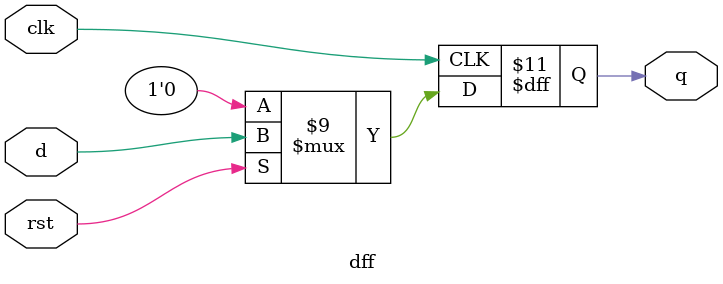
<source format=v>
module dff(input clk,rst,d,output reg q=0);


always @(posedge clk)
begin
if(!rst)
    q<=0;
    else
        if(!d | d)
            q<=d;
             
                
end
endmodule




</source>
